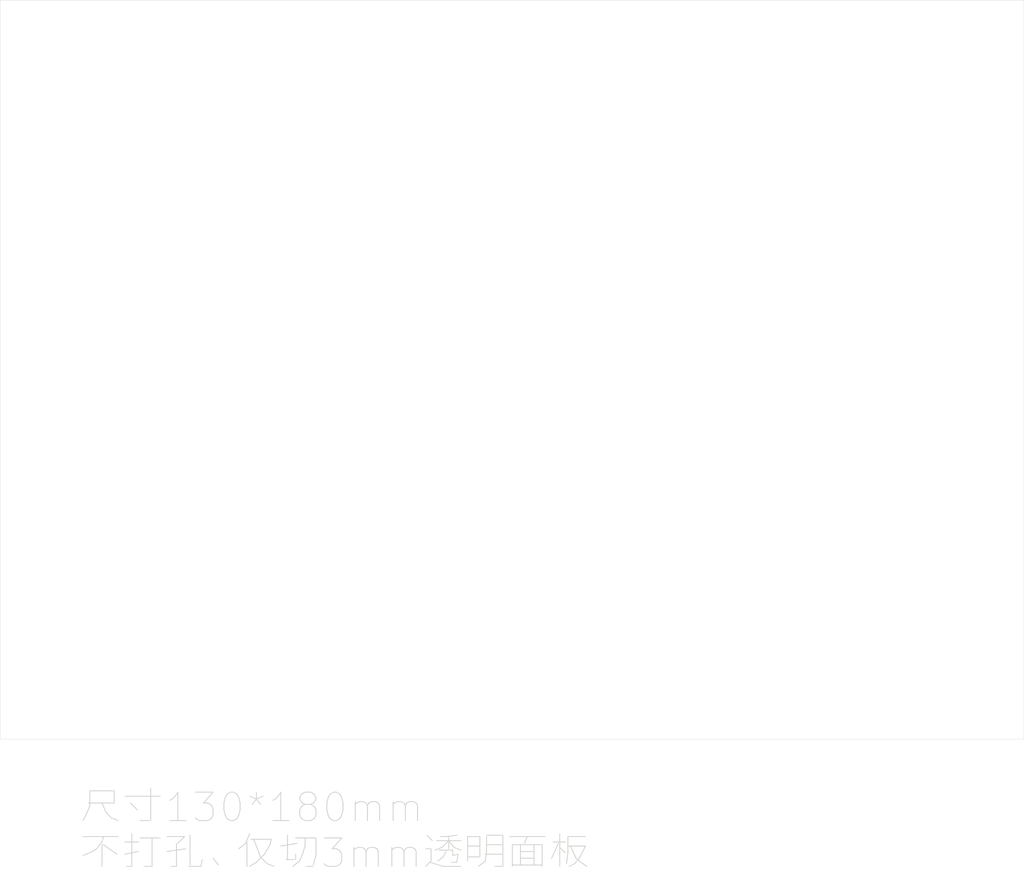
<source format=kicad_pcb>
(kicad_pcb
	(version 20240108)
	(generator "pcbnew")
	(generator_version "8.0")
	(general
		(thickness 1.6)
		(legacy_teardrops no)
	)
	(paper "A4")
	(layers
		(0 "F.Cu" signal)
		(31 "B.Cu" signal)
		(32 "B.Adhes" user "B.Adhesive")
		(33 "F.Adhes" user "F.Adhesive")
		(34 "B.Paste" user)
		(35 "F.Paste" user)
		(36 "B.SilkS" user "B.Silkscreen")
		(37 "F.SilkS" user "F.Silkscreen")
		(38 "B.Mask" user)
		(39 "F.Mask" user)
		(40 "Dwgs.User" user "User.Drawings")
		(41 "Cmts.User" user "User.Comments")
		(42 "Eco1.User" user "User.Eco1")
		(43 "Eco2.User" user "User.Eco2")
		(44 "Edge.Cuts" user)
		(45 "Margin" user)
		(46 "B.CrtYd" user "B.Courtyard")
		(47 "F.CrtYd" user "F.Courtyard")
		(48 "B.Fab" user)
		(49 "F.Fab" user)
		(50 "User.1" user)
		(51 "User.2" user)
		(52 "User.3" user)
		(53 "User.4" user)
		(54 "User.5" user)
		(55 "User.6" user)
		(56 "User.7" user)
		(57 "User.8" user)
		(58 "User.9" user)
	)
	(setup
		(pad_to_mask_clearance 0)
		(allow_soldermask_bridges_in_footprints no)
		(pcbplotparams
			(layerselection 0x0001000_7ffffffe)
			(plot_on_all_layers_selection 0x0000000_00000000)
			(disableapertmacros no)
			(usegerberextensions no)
			(usegerberattributes yes)
			(usegerberadvancedattributes yes)
			(creategerberjobfile yes)
			(dashed_line_dash_ratio 12.000000)
			(dashed_line_gap_ratio 3.000000)
			(svgprecision 4)
			(plotframeref no)
			(viasonmask no)
			(mode 1)
			(useauxorigin no)
			(hpglpennumber 1)
			(hpglpenspeed 20)
			(hpglpendiameter 15.000000)
			(pdf_front_fp_property_popups yes)
			(pdf_back_fp_property_popups yes)
			(dxfpolygonmode yes)
			(dxfimperialunits no)
			(dxfusepcbnewfont yes)
			(psnegative no)
			(psa4output no)
			(plotreference yes)
			(plotvalue yes)
			(plotfptext yes)
			(plotinvisibletext no)
			(sketchpadsonfab no)
			(subtractmaskfromsilk no)
			(outputformat 3)
			(mirror no)
			(drillshape 0)
			(scaleselection 1)
			(outputdirectory "dxf/")
		)
	)
	(net 0 "")
	(gr_rect
		(start 24 24)
		(end 204 154)
		(stroke
			(width 0.05)
			(type default)
		)
		(fill none)
		(layer "Edge.Cuts")
		(uuid "c7d49219-4d2a-434b-a562-c959c342d94f")
	)
	(gr_text "尺寸130*180mm\n不打孔、仅切3mm透明面板"
		(at 38 177 0)
		(layer "Edge.Cuts")
		(uuid "3af269d9-60f0-4c66-8e2c-f621e34c60d8")
		(effects
			(font
				(size 5 5)
				(thickness 0.15)
			)
			(justify left bottom)
		)
	)
)

</source>
